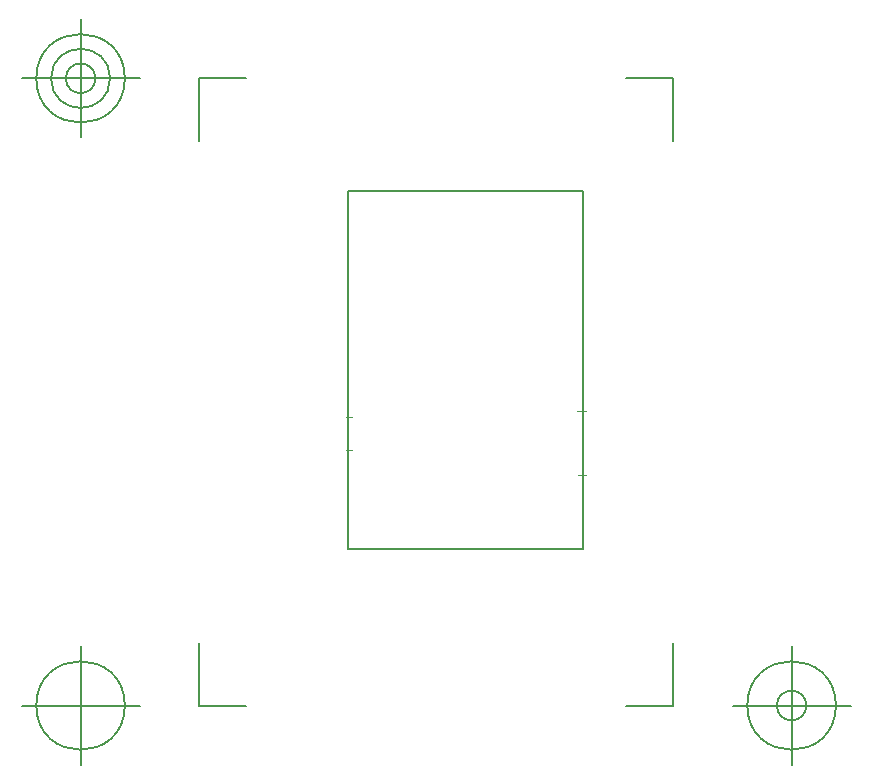
<source format=gbr>
G04 Generated by Ultiboard 11.0 *
%FSLAX25Y25*%
%MOIN*%

%ADD10C,0.00591*%
%ADD11C,0.00004*%
%ADD12C,0.00500*%


G04 ColorRGB 0033FF for the following layer *
%LNEMI_SHIELD*%
%LPD*%
%FSLAX25Y25*%
%MOIN*%
G54D10*
X5925Y-3691D02*
X84075Y-3691D01*
X5925Y-122785D02*
X84075Y-122785D01*
X5925Y-122785D02*
X5925Y-3691D01*
X84075Y-122785D02*
X84075Y-3691D01*
G54D11*
X7008Y-90010D02*
X5039Y-90010D01*
X7165Y-78986D02*
X5000Y-78986D01*
X82402Y-98278D02*
X85157Y-98278D01*
X82213Y-77018D02*
X84969Y-77018D01*
G54D12*
X-43976Y-175049D02*
X-43976Y-154144D01*
X-43976Y-175049D02*
X-28150Y-175049D01*
X114291Y-175049D02*
X98465Y-175049D01*
X114291Y-175049D02*
X114291Y-154144D01*
X114291Y34006D02*
X114291Y13100D01*
X114291Y34006D02*
X98465Y34006D01*
X-43976Y34006D02*
X-28150Y34006D01*
X-43976Y34006D02*
X-43976Y13100D01*
X-63661Y-175049D02*
X-103031Y-175049D01*
X-83346Y-194734D02*
X-83346Y-155364D01*
X-98110Y-175049D02*
G75*
D01*
G02X-98110Y-175049I14764J0*
G01*
X133976Y-175049D02*
X173346Y-175049D01*
X153661Y-194734D02*
X153661Y-155364D01*
X138898Y-175049D02*
G75*
D01*
G02X138898Y-175049I14764J0*
G01*
X148740Y-175049D02*
G75*
D01*
G02X148740Y-175049I4921J0*
G01*
X-63661Y34006D02*
X-103031Y34006D01*
X-83346Y14321D02*
X-83346Y53691D01*
X-98110Y34006D02*
G75*
D01*
G02X-98110Y34006I14764J0*
G01*
X-93189Y34006D02*
G75*
D01*
G02X-93189Y34006I9843J0*
G01*
X-88268Y34006D02*
G75*
D01*
G02X-88268Y34006I4921J0*
G01*

M00*

</source>
